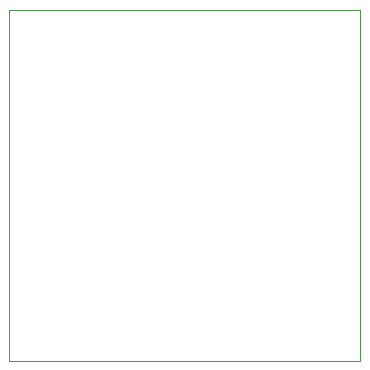
<source format=gbr>
%TF.GenerationSoftware,KiCad,Pcbnew,7.0.6*%
%TF.CreationDate,2023-09-19T17:09:16+08:00*%
%TF.ProjectId,Control Panel Selector Switch Board,436f6e74-726f-46c2-9050-616e656c2053,rev?*%
%TF.SameCoordinates,Original*%
%TF.FileFunction,Profile,NP*%
%FSLAX46Y46*%
G04 Gerber Fmt 4.6, Leading zero omitted, Abs format (unit mm)*
G04 Created by KiCad (PCBNEW 7.0.6) date 2023-09-19 17:09:16*
%MOMM*%
%LPD*%
G01*
G04 APERTURE LIST*
%TA.AperFunction,Profile*%
%ADD10C,0.100000*%
%TD*%
G04 APERTURE END LIST*
D10*
X0Y0D02*
X29718000Y0D01*
X29718000Y-29718000D01*
X0Y-29718000D01*
X0Y0D01*
M02*

</source>
